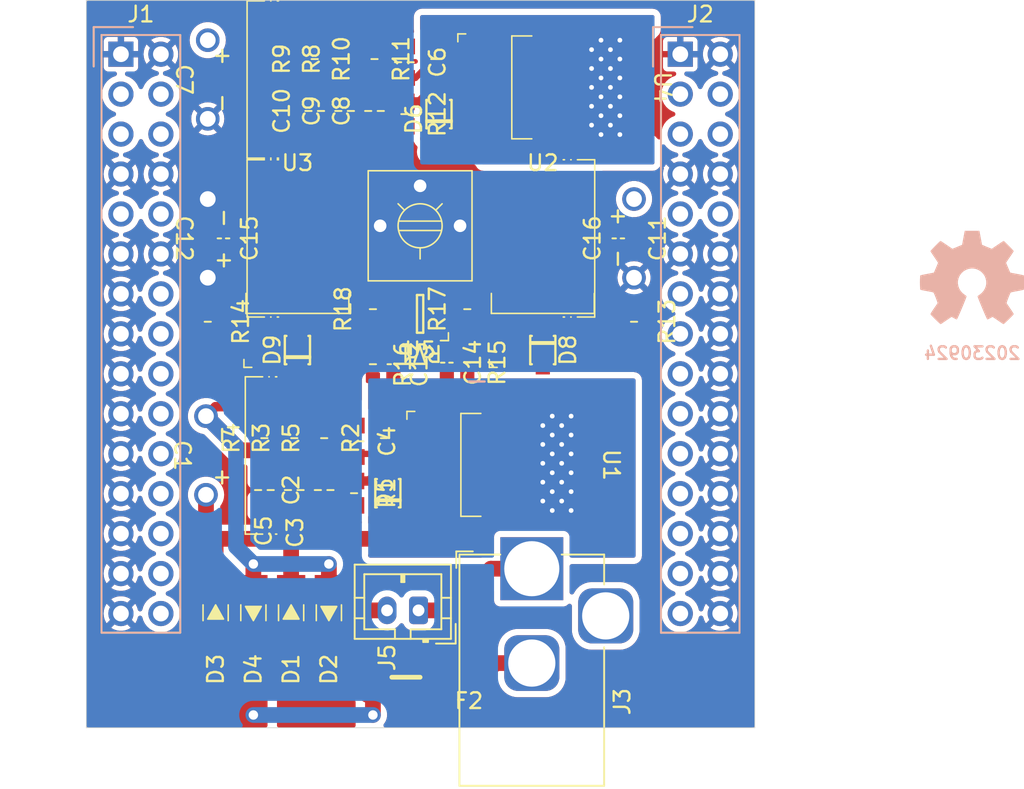
<source format=kicad_pcb>
(kicad_pcb (version 20221018) (generator pcbnew)
  (layers (0 "F.Cu" signal) (31 "B.Cu" signal) (34 "B.Paste" user) (35 "F.Paste" user) (36 "B.SilkS" user "B.Silkscreen") (37 "F.SilkS" user "F.Silkscreen") (38 "B.Mask" user) (39 "F.Mask" user) (44 "Edge.Cuts" user))
  (net 0 "")
  (net 1 "GND")
  (net 2 "/+5V")
  (net 16 "/AC1_PHASE")
  (net 17 "/AC1_NEUT")
  (net 19 "/DC1p")
  (net 20 "/DC1n")
  (net 21 "/AC1_PHASE_IN")
  (net 25 "/V+A")
  (net 26 "/V-A")
  (net 29 "Net-(F2-Pad1)")
  (net 30 "Net-(C2-Pad1)")
  (net 31 "VDD")
  (net 32 "Net-(R3-Pad2)")
  (net 33 "Net-(C10-Pad1)")
  (net 34 "Net-(D8-A)")
  (net 35 "Net-(D9-K)")
  (net 36 "Net-(D8-K)")
  (net 37 "Net-(D9-A)")
  (net 38 "Net-(R10-Pad2)")
  (net 39 "Net-(U1-ADJ{slash}GND)")
  (net 40 "Net-(U4-ADJ{slash}GND)")
  (net 41 "Net-(U5-REF)")
  (net 42 "Net-(R17-Pad2)")
  (net 43 "Net-(R18-Pad2)")
  (footprint "SquantorRcl:R_0805+0603" (layer "F.Cu") (at 157.7 96.8 90)
    (fp_text reference "R5" (at 0 -2.1 90) (layer "F.SilkS"))
    (fp_text value "ADJ")
    (pad "1" smd rect (at -0.775 0 90) (size 1.05 1.3) (layers "F.Cu" "F.Paste" "F.Mask") (net 39 "Net-(U1-ADJ{slash}GND)"))
    (pad "2" smd rect (at 0.775 0 90) (size 1.05 1.3) (layers "F.Cu" "F.Paste" "F.Mask") (net 32 "Net-(R3-Pad2)"))
  )
  (footprint "SquantorRcl:C-050-100-elco-lying_flip" (layer "F.Cu") (at 150.1875 97.9 -90)
    (fp_text reference "C1" (at 0 1.5 -90 unlocked) (layer "F.SilkS"))
    (fp_text value "100u")
    (fp_text user "-" (at -1.3 -1.1 -90 unlocked) (layer "F.SilkS"))
    (fp_text user "+" (at 1.4 -1.1 -90 unlocked) (layer "F.SilkS"))
    (pad "1" thru_hole circle (at 2.5 0 270) (size 1.5 1.5) (drill 1) (layers "*.Cu" "*.Mask") (net 19 "/DC1p"))
    (pad "2" thru_hole circle (at -2.5 0 270) (size 1.5 1.5) (drill 1) (layers "*.Cu" "*.Mask") (net 20 "/DC1n"))
  )
  (footprint "SquantorIC:TO-252_D-PAK_IRF" (layer "F.Cu") (at 171.6 83.8)
    (fp_text reference "U2" (at 0 -4.5 unlocked) (layer "F.SilkS"))
    (fp_text value "LM317")
    (pad "1" smd roundrect (at -2.3 6.9) (size 1.5 2.5) (layers "F.Cu" "F.Paste" "F.Mask") (roundrect_rratio 0.1) (net 34 "Net-(D8-A)"))
    (pad "2" smd roundrect (at 0 0) (size 7 7) (layers "F.Cu" "F.Paste" "F.Mask") (roundrect_rratio 0.02857142857) (net 36 "Net-(D8-K)"))
    (pad "3" smd roundrect (at 2.3 6.9) (size 1.5 2.5) (layers "F.Cu" "F.Paste" "F.Mask") (roundrect_rratio 0.1) (net 31 "VDD"))
  )
  (footprint "SquantorRcl:R_0603_hand" (layer "F.Cu") (at 160.8 92.1 -90)
    (fp_text reference "R16" (at 0 -1.9 90) (layer "F.SilkS"))
    (fp_text value "1K")
    (pad "1" smd roundrect (at -0.85 0 270) (size 0.7 0.9) (layers "F.Cu" "F.Paste" "F.Mask") (roundrect_rratio 0.1428571429) (net 35 "Net-(D9-K)"))
    (pad "2" smd roundrect (at 0.85 0 270) (size 0.7 0.9) (layers "F.Cu" "F.Paste" "F.Mask") (roundrect_rratio 0.1428571429) (net 20 "/DC1n"))
  )
  (footprint "SquantorRcl:C_0805" (layer "F.Cu") (at 159.6 97 -90)
    (fp_text reference "C4" (at 0 -2.1 90) (layer "F.SilkS"))
    (fp_text value "10u")
    (pad "1" smd rect (at -1 0 270) (size 1 1.35) (layers "F.Cu" "F.Paste" "F.Mask") (net 20 "/DC1n"))
    (pad "2" smd rect (at 1 0 270) (size 1 1.35) (layers "F.Cu" "F.Paste" "F.Mask") (net 39 "Net-(U1-ADJ{slash}GND)"))
  )
  (footprint "SquantorDiodes:SOD-323-onsemi" (layer "F.Cu") (at 171.6 91.2 -90)
    (fp_text reference "D8" (at 0 -1.6 90) (layer "F.SilkS"))
    (fp_text value "D")
    (pad "1" smd rect (at -1.2 0 270) (size 0.7 0.9) (layers "F.Cu" "F.Paste" "F.Mask") (net 36 "Net-(D8-K)"))
    (pad "2" smd rect (at 1.2 0 270) (size 0.7 0.9) (layers "F.Cu" "F.Paste" "F.Mask") (net 34 "Net-(D8-A)"))
  )
  (footprint "SquantorRcl:C_0805" (layer "F.Cu") (at 159 76 90)
    (fp_text reference "C9" (at 0 -2.1 90) (layer "F.SilkS"))
    (fp_text value "10u")
    (pad "1" smd rect (at -1 0 90) (size 1 1.35) (layers "F.Cu" "F.Paste" "F.Mask") (net 33 "Net-(C10-Pad1)"))
    (pad "2" smd rect (at 1 0 90) (size 1 1.35) (layers "F.Cu" "F.Paste" "F.Mask") (net 1 "GND"))
  )
  (footprint "SquantorRcl:C_0603" (layer "F.Cu") (at 151.3 84.1 -90)
    (fp_text reference "C15" (at 0 -1.65 90) (layer "F.SilkS"))
    (fp_text value "10u")
    (pad "1" smd roundrect (at -0.75 0 270) (size 0.8 0.9) (layers "F.Cu" "F.Paste" "F.Mask") (roundrect_rratio 0.125) (net 20 "/DC1n"))
    (pad "2" smd roundrect (at 0.75 0 270) (size 0.8 0.9) (layers "F.Cu" "F.Paste" "F.Mask") (roundrect_rratio 0.125) (net 1 "GND"))
  )
  (footprint "SquantorRcl:C_0603" (layer "F.Cu") (at 165.5 92 -90)
    (fp_text reference "C14" (at 0 -1.65 90) (layer "F.SilkS"))
    (fp_text value "10u")
    (pad "1" smd roundrect (at -0.75 0 270) (size 0.8 0.9) (layers "F.Cu" "F.Paste" "F.Mask") (roundrect_rratio 0.125) (net 34 "Net-(D8-A)"))
    (pad "2" smd roundrect (at 0.75 0 270) (size 0.8 0.9) (layers "F.Cu" "F.Paste" "F.Mask") (roundrect_rratio 0.125) (net 31 "VDD"))
  )
  (footprint "SquantorRcl:R_0603_hand" (layer "F.Cu") (at 166.8 88.6 90)
    (fp_text reference "R17" (at 0 -1.9 90) (layer "F.SilkS"))
    (fp_text value "10K")
    (pad "1" smd roundrect (at -0.85 0 90) (size 0.7 0.9) (layers "F.Cu" "F.Paste" "F.Mask") (roundrect_rratio 0.1428571429) (net 34 "Net-(D8-A)"))
    (pad "2" smd roundrect (at 0.85 0 90) (size 0.7 0.9) (layers "F.Cu" "F.Paste" "F.Mask") (roundrect_rratio 0.1428571429) (net 42 "Net-(R17-Pad2)"))
  )
  (footprint "SquantorRcl:F_1812-bourns" (layer "F.Cu") (at 162.9 112 180)
    (fp_text reference "F2" (at -4 -1.5 unlocked) (layer "F.SilkS"))
    (fp_text value "Fuse")
    (pad "1" smd roundrect (at -2.1 0 180) (size 1.5 3.2) (layers "F.Cu" "F.Paste" "F.Mask") (roundrect_rratio 0.2) (net 29 "Net-(F2-Pad1)"))
    (pad "2" smd roundrect (at 2.1 0 180) (size 1.5 3.2) (layers "F.Cu" "F.Paste" "F.Mask") (roundrect_rratio 0.2) (net 17 "/AC1_NEUT"))
  )
  (footprint "SquantorRcl:R_0805+0603" (layer "F.Cu") (at 155.8 96.8 90)
    (fp_text reference "R3" (at 0 -2.1 90) (layer "F.SilkS"))
    (fp_text value "ADJ")
    (pad "1" smd rect (at -0.775 0 90) (size 1.05 1.3) (layers "F.Cu" "F.Paste" "F.Mask") (net 20 "/DC1n"))
    (pad "2" smd rect (at 0.775 0 90) (size 1.05 1.3) (layers "F.Cu" "F.Paste" "F.Mask") (net 32 "Net-(R3-Pad2)"))
  )
  (footprint "SquantorConnectors:BarrelJack_Horizontal_Holed" (layer "F.Cu") (at 170.9 105.1 90)
    (fp_text reference "J3" (at -8.45 5.75 90) (layer "F.SilkS"))
    (fp_text value "Jack-DC")
    (pad "1" thru_hole rect locked (at 0 0 90) (size 4 4) (drill 3.5) (layers "*.Cu" "*.Mask") (net 21 "/AC1_PHASE_IN"))
    (pad "2" thru_hole roundrect locked (at -6 0 90) (size 3.54 3.5) (drill 3) (layers "*.Cu" "*.Mask") (net 29 "Net-(F2-Pad1)"))
    (pad "3" thru_hole roundrect locked (at -3 4.7 90) (size 3.5 3.5) (drill 3) (layers "*.Cu" "*.Mask"))
  )
  (footprint "SquantorRcl:C_0805" (layer "F.Cu") (at 157.1 76 90)
    (fp_text reference "C10" (at 0 -2.1 90) (layer "F.SilkS"))
    (fp_text value "10u")
    (pad "1" smd rect (at -1 0 90) (size 1 1.35) (layers "F.Cu" "F.Paste" "F.Mask") (net 33 "Net-(C10-Pad1)"))
    (pad "2" smd rect (at 1 0 90) (size 1 1.35) (layers "F.Cu" "F.Paste" "F.Mask") (net 1 "GND"))
  )
  (footprint "SquantorDiodes:SOD-123F-hand" (layer "F.Cu") (at 158 107.9 90)
    (fp_text reference "D2" (at -3.6 0 90) (layer "F.SilkS"))
    (fp_text value "D")
    (pad "1" smd rect (at -1.58 0 90) (size 1.64 1.8) (layers "F.Cu" "F.Paste" "F.Mask") (net 16 "/AC1_PHASE"))
    (pad "2" smd rect (at 1.58 0 90) (size 1.64 1.8) (layers "F.Cu" "F.Paste" "F.Mask") (net 20 "/DC1n"))
  )
  (footprint "SquantorDiodes:SOD-323-onsemi" (layer "F.Cu") (at 156 91.2 90)
    (fp_text reference "D9" (at 0 -1.6 90) (layer "F.SilkS"))
    (fp_text value "D")
    (pad "1" smd rect (at -1.2 0 90) (size 0.7 0.9) (layers "F.Cu" "F.Paste" "F.Mask") (net 35 "Net-(D9-K)"))
    (pad "2" smd rect (at 1.2 0 90) (size 0.7 0.9) (layers "F.Cu" "F.Paste" "F.Mask") (net 37 "Net-(D9-A)"))
  )
  (footprint "SquantorRcl:R_0805+0603" (layer "F.Cu") (at 161.5 96.8 90)
    (fp_text reference "R2" (at 0 -2.1 90) (layer "F.SilkS"))
    (fp_text value "120")
    (pad "1" smd rect (at -0.775 0 90) (size 1.05 1.3) (layers "F.Cu" "F.Paste" "F.Mask") (net 39 "Net-(U1-ADJ{slash}GND)"))
    (pad "2" smd rect (at 0.775 0 90) (size 1.05 1.3) (layers "F.Cu" "F.Paste" "F.Mask") (net 31 "VDD"))
  )
  (footprint "SquantorRcl:R_0805+0603" (layer "F.Cu") (at 159 72.7 90)
    (fp_text reference "R8" (at 0 -2.1 90) (layer "F.SilkS"))
    (fp_text value "ADJ")
    (pad "1" smd rect (at -0.775 0 90) (size 1.05 1.3) (layers "F.Cu" "F.Paste" "F.Mask") (net 1 "GND"))
    (pad "2" smd rect (at 0.775 0 90) (size 1.05 1.3) (layers "F.Cu" "F.Paste" "F.Mask") (net 38 "Net-(R10-Pad2)"))
  )
  (footprint "SquantorRcl:R_0805+0603" (layer "F.Cu") (at 162.8 76.2 -90)
    (fp_text reference "R12" (at 0 -2.1 90) (layer "F.SilkS"))
    (fp_text value "1")
    (pad "1" smd rect (at -0.775 0 270) (size 1.05 1.3) (layers "F.Cu" "F.Paste" "F.Mask") (net 2 "/+5V"))
    (pad "2" smd rect (at 0.775 0 270) (size 1.05 1.3) (layers "F.Cu" "F.Paste" "F.Mask") (net 33 "Net-(C10-Pad1)"))
  )
  (footprint "SquantorRcl:C-050-100-elco-lying_flip" (layer "F.Cu") (at 150.3 84.1 -90)
    (fp_text reference "C12" (at 0 1.5 -90 unlocked) (layer "F.SilkS"))
    (fp_text value "100u")
    (fp_text user "-" (at -1.3 -1.1 -90 unlocked) (layer "F.SilkS"))
    (fp_text user "+" (at 1.4 -1.1 -90 unlocked) (layer "F.SilkS"))
    (pad "1" thru_hole circle (at 2.5 0 270) (size 1.5 1.5) (drill 1) (layers "*.Cu" "*.Mask") (net 1 "GND"))
    (pad "2" thru_hole circle (at -2.5 0 270) (size 1.5 1.5) (drill 1) (layers "*.Cu" "*.Mask") (net 20 "/DC1n"))
  )
  (footprint "SquantorRcl:R_0603_hand" (layer "F.Cu") (at 160.8 88.6 90)
    (fp_text reference "R18" (at 0 -1.9 90) (layer "F.SilkS"))
    (fp_text value "10K")
    (pad "1" smd roundrect (at -0.85 0 90) (size 0.7 0.9) (layers "F.Cu" "F.Paste" "F.Mask") (roundrect_rratio 0.1428571429) (net 35 "Net-(D9-K)"))
    (pad "2" smd roundrect (at 0.85 0 90) (size 0.7 0.9) (layers "F.Cu" "F.Paste" "F.Mask") (roundrect_rratio 0.1428571429) (net 43 "Net-(R18-Pad2)"))
  )
  (footprint "SquantorRcl:C_0603" (layer "F.Cu") (at 162.1 92.1 -90)
    (fp_text reference "C13" (at 0 -1.65 90) (layer "F.SilkS"))
    (fp_text value "10u")
    (pad "1" smd roundrect (at -0.75 0 270) (size 0.8 0.9) (layers "F.Cu" "F.Paste" "F.Mask") (roundrect_rratio 0.125) (net 35 "Net-(D9-K)"))
    (pad "2" smd roundrect (at 0.75 0 270) (size 0.8 0.9) (layers "F.Cu" "F.Paste" "F.Mask") (roundrect_rratio 0.125) (net 20 "/DC1n"))
  )
  (footprint "SquantorRcl:R_0603_hand" (layer "F.Cu") (at 166.8 92 -90)
    (fp_text reference "R15" (at 0 -1.9 90) (layer "F.SilkS"))
    (fp_text value "1K")
    (pad "1" smd roundrect (at -0.85 0 270) (size 0.7 0.9) (layers "F.Cu" "F.Paste" "F.Mask") (roundrect_rratio 0.1428571429) (net 34 "Net-(D8-A)"))
    (pad "2" smd roundrect (at 0.85 0 270) (size 0.7 0.9) (layers "F.Cu" "F.Paste" "F.Mask") (roundrect_rratio 0.1428571429) (net 31 "VDD"))
  )
  (footprint "SquantorDiodes:SOD-123F-hand" (layer "F.Cu") (at 155.6 107.9 -90)
    (fp_text reference "D1" (at 3.6 0 90) (layer "F.SilkS"))
    (fp_text value "D")
    (pad "1" smd rect (at -1.58 0 270) (size 1.64 1.8) (layers "F.Cu" "F.Paste" "F.Mask") (net 19 "/DC1p"))
    (pad "2" smd rect (at 1.58 0 270) (size 1.64 1.8) (layers "F.Cu" "F.Paste" "F.Mask") (net 16 "/AC1_PHASE"))
  )
  (footprint "SquantorDiodes:SOD-123F-hand" (layer "F.Cu") (at 150.8 107.9 -90)
    (fp_text reference "D3" (at 3.6 0 90) (layer "F.SilkS"))
    (fp_text value "D")
    (pad "1" smd rect (at -1.58 0 270) (size 1.64 1.8) (layers "F.Cu" "F.Paste" "F.Mask") (net 19 "/DC1p"))
    (pad "2" smd rect (at 1.58 0 270) (size 1.64 1.8) (layers "F.Cu" "F.Paste" "F.Mask") (net 17 "/AC1_NEUT"))
  )
  (footprint "SquantorRcl:R_0805+0603" (layer "F.Cu") (at 150.3 89.4 -90)
    (fp_text reference "R14" (at 0 -2.1 90) (layer "F.SilkS"))
    (fp_text value "1")
    (pad "1" smd rect (at -0.775 0 270) (size 1.05 1.3) (layers "F.Cu" "F.Paste" "F.Mask") (net 1 "GND"))
    (pad "2" smd rect (at 0.775 0 270) (size 1.05 1.3) (layers "F.Cu" "F.Paste" "F.Mask") (net 37 "Net-(D9-A)"))
  )
  (footprint "SquantorIC:TO-252_D-PAK_IRF" (layer "F.Cu") (at 171.4625 98.5 -90)
    (fp_text reference "U1" (at 0 -4.5 -90 unlocked) (layer "F.SilkS"))
    (fp_text value "LD1117")
    (pad "1" smd roundrect (at -2.3 6.9 270) (size 1.5 2.5) (layers "F.Cu" "F.Paste" "F.Mask") (roundrect_rratio 0.1) (net 39 "Net-(U1-ADJ{slash}GND)"))
    (pad "2" smd roundrect (at 0 0 270) (size 7 7) (layers "F.Cu" "F.Paste" "F.Mask") (roundrect_rratio 0.02857142857) (net 31 "VDD"))
    (pad "3" smd roundrect (at 2.3 6.9 270) (size 1.5 2.5) (layers "F.Cu" "F.Paste" "F.Mask") (roundrect_rratio 0.1) (net 19 "/DC1p"))
  )
  (footprint "SquantorRcl:C_0805" (layer "F.Cu") (at 162.8 72.9 -90)
    (fp_text reference "C6" (at 0 -2.1 90) (layer "F.SilkS"))
    (fp_text value "10u")
    (pad "1" smd rect (at -1 0 270) (size 1 1.35) (layers "F.Cu" "F.Paste" "F.Mask") (net 1 "GND"))
    (pad "2" smd rect (at 1 0 270) (size 1 1.35) (layers "F.Cu" "F.Paste" "F.Mask") (net 40 "Net-(U4-ADJ{slash}GND)"))
  )
  (footprint "SquantorRcl:C_0805" (layer "F.Cu") (at 153.9 100.1 90)
    (fp_text reference "C5" (at -2.6 -0.05 90) (layer "F.SilkS"))
    (fp_text value "10u")
    (pad "1" smd rect (at -1 0 90) (size 1 1.35) (layers "F.Cu" "F.Paste" "F.Mask") (net 30 "Net-(C2-Pad1)"))
    (pad "2" smd rect (at 1 0 90) (size 1 1.35) (layers "F.Cu" "F.Paste" "F.Mask") (net 20 "/DC1n"))
  )
  (footprint "SquantorDiodes:SOD-323-onsemi" (layer "F.Cu") (at 165 76.2 90)
    (fp_text reference "D6" (at -0.3 -1.6 90) (layer "F.SilkS"))
    (fp_text value "D")
    (pad "1" smd rect (at -1.2 0 90) (size 0.7 0.9) (layers "F.Cu" "F.Paste" "F.Mask") (net 31 "VDD"))
    (pad "2" smd rect (at 1.2 0 90) (size 0.7 0.9) (layers "F.Cu" "F.Paste" "F.Mask") (net 2 "/+5V"))
  )
  (footprint "SquantorRcl:R_0805+0603" (layer "F.Cu") (at 177.4 89.4 -90)
    (fp_text reference "R13" (at 0 -2.1 90) (layer "F.SilkS"))
    (fp_text value "1")
    (pad "1" smd rect (at -0.775 0 270) (size 1.05 1.3) (layers "F.Cu" "F.Paste" "F.Mask") (net 1 "GND"))
    (pad "2" smd rect (at 0.775 0 270) (size 1.05 1.3) (layers "F.Cu" "F.Paste" "F.Mask") (net 36 "Net-(D8-K)"))
  )
  (footprint "SquantorRcl:R_0805+0603" (layer "F.Cu") (at 164.7 72.7 90)
    (fp_text reference "R11" (at 0 -2.1 90) (layer "F.SilkS"))
    (fp_text value "120")
    (pad "1" smd rect (at -0.775 0 90) (size 1.05 1.3) (layers "F.Cu" "F.Paste" "F.Mask") (net 40 "Net-(U4-ADJ{slash}GND)"))
    (pad "2" smd rect (at 0.775 0 90) (size 1.05 1.3) (layers "F.Cu" "F.Paste" "F.Mask") (net 2 "/+5V"))
  )
  (footprint "SquantorRcl:C_0603" (layer "F.Cu") (at 176.4 84.1 90)
    (fp_text reference "C16" (at 0 -1.65 90) (layer "F.SilkS"))
    (fp_text value "10u")
    (pad "1" smd roundrect (at -0.75 0 90) (size 0.8 0.9) (layers "F.Cu" "F.Paste" "F.Mask") (roundrect_rratio 0.125) (net 1 "GND"))
    (pad "2" smd roundrect (at 0.75 0 90) (size 0.8 0.9) (layers "F.Cu" "F.Paste" "F.Mask") (roundrect_rratio 0.125) (net 31 "VDD"))
  )
  (footprint "SquantorRcl:R_0805+0603" (layer "F.Cu") (at 159.6 100.3 -90)
    (fp_text reference "R1" (at 0 -2.1 90) (layer "F.SilkS"))
    (fp_text value "1")
    (pad "1" smd rect (at -0.775 0 270) (size 1.05 1.3) (layers "F.Cu" "F.Paste" "F.Mask") (net 31 "VDD"))
    (pad "2" smd rect (at 0.775 0 270) (size 1.05 1.3) (layers "F.Cu" "F.Paste" "F.Mask") (net 30 "Net-(C2-Pad1)"))
  )
  (footprint "SquantorRcl:C_0805" (layer "F.Cu") (at 157.7 100.1 90)
    (fp_text reference "C2" (at 0 -2.1 90) (layer "F.SilkS"))
    (fp_text value "10u")
    (pad "1" smd rect (at -1 0 90) (size 1 1.35) (layers "F.Cu" "F.Paste" "F.Mask") (net 30 "Net-(C2-Pad1)"))
    (pad "2" smd rect (at 1 0 90) (size 1 1.35) (layers "F.Cu" "F.Paste" "F.Mask") (net 20 "/DC1n"))
  )
  (footprint "SquantorRcl:R_0805+0603" (layer "F.Cu") (at 160.9 72.7 90)
    (fp_text reference "R10" (at 0 -2.1 90) (layer "F.SilkS"))
    (fp_text value "ADJ")
    (pad "1" smd rect (at -0.775 0 90) (size 1.05 1.3) (layers "F.Cu" "F.Paste" "F.Mask") (net 40 "Net-(U4-ADJ{slash}GND)"))
    (pad "2" smd rect (at 0.775 0 90) (size 1.05 1.3) (layers "F.Cu" "F.Paste" "F.Mask") (net 38 "Net-(R10-Pad2)"))
  )
  (footprint "SquantorDiodes:SOD-123F-hand" (layer "F.Cu") (at 153.2 107.9 90)
    (fp_text reference "D4" (at -3.6 0 90) (layer "F.SilkS"))
    (fp_text value "D")
    (pad "1" smd rect (at -1.58 0 90) (size 1.64 1.8) (layers "F.Cu" "F.Paste" "F.Mask") (net 17 "/AC1_NEUT"))
    (pad "2" smd rect (at 1.58 0 90) (size 1.64 1.8) (layers "F.Cu" "F.Paste" "F.Mask") (net 20 "/DC1n"))
  )
  (footprint "SquantorRcl:R_0805+0603" (layer "F.Cu") (at 153.9 96.8 90)
    (fp_text reference "R4" (at 0 -2.1 90) (layer "F.SilkS"))
    (fp_text value "ADJ")
    (pad "1" smd rect (at -0.775 0 90) (size 1.05 1.3) (layers "F.Cu" "F.Paste" "F.Mask") (net 20 "/DC1n"))
    (pad "2" smd rect (at 0.775 0 90) (size 1.05 1.3) (layers "F.Cu" "F.Paste" "F.Mask") (net 32 "Net-(R3-Pad2)"))
  )
  (footprint "SquantorRcl:C_0805" (layer "F.Cu") (at 160.9 76 90)
    (fp_text reference "C8" (at 0 -2.1 90) (layer "F.SilkS"))
    (fp_text value "10u")
    (pad "1" smd rect (at -1 0 90) (size 1 1.35) (layers "F.Cu" "F.Paste" "F.Mask") (net 33 "Net-(C10-Pad1)"))
    (pad "2" smd rect (at 1 0 90) (size 1 1.35) (layers "F.Cu" "F.Paste" "F.Mask") (net 1 "GND"))
  )
  (footprint "SquantorIC:TO-252_D-PAK_IRF" (layer "F.Cu") (at 174.7 74.5 -90)
    (fp_text reference "U4" (at 0 -4.5 -90 unlocked) (layer "F.SilkS"))
    (fp_text value "LD1117")
    (pad "1" smd roundrect (at -2.3 6.9 270) (size 1.5 2.5) (layers "F.Cu" "F.Paste" "F.Mask") (roundrect_rratio 0.1) (net 40 "Net-(U4-ADJ{slash}GND)"))
    (pad "2" smd roundrect (at 0 0 270) (size 7 7) (layers "F.Cu" "F.Paste" "F.Mask") (roundrect_rratio 0.02857142857) (net 2 "/+5V"))
    (pad "3" smd roundrect (at 2.3 6.9 270) (size 1.5 2.5) (layers "F.Cu" "F.Paste" "F.Mask") (roundrect_rratio 0.1) (net 31 "VDD"))
  )
  (footprint "SquantorRcl:R_0805+0603" (layer "F.Cu") (at 157.1 72.7 90)
    (fp_text reference "R9" (at 0 -2.1 90) (layer "F.SilkS"))
    (fp_text value "ADJ")
    (pad "1" smd rect (at -0.775 0 90) (size 1.05 1.3) (layers "F.Cu" "F.Paste" "F.Mask") (net 1 "GND"))
    (pad "2" smd rect (at 0.775 0 90) (size 1.05 1.3) (layers "F.Cu" "F.Paste" "F.Mask") (net 38 "Net-(R10-Pad2)"))
  )
  (footprint "SquantorRcl:C_0805" (layer "F.Cu") (at 155.8 100.1 90)
    (fp_text reference "C3" (at -2.7 0.05 90) (layer "F.SilkS"))
    (fp_text value "10u")
    (pad "1" smd rect (at -1 0 90) (size 1 1.35) (layers "F.Cu" "F.Paste" "F.Mask") (net 30 "Net-(C2-Pad1)"))
    (pad "2" smd rect (at 1 0 90) (size 1 1.35) (layers "F.Cu" "F.Paste" "F.Mask") (net 20 "/DC1n"))
  )
  (footprint "SquantorIC:SOT23-3" (layer "F.Cu") (at 163.8 88.9 180)
    (fp_text reference "U5" (at 0 -2.3) (layer "F.SilkS"))
    (fp_text value "TLV431")
    (pad "1" smd rect (at -1 -0.95 90) (size 0.8 0.9) (layers "F.Cu" "F.Paste" "F.Mask") (net 41 "Net-(U5-REF)"))
    (pad "2" smd rect (at -1 0.95 90) (size 0.8 0.9) (layers "F.Cu" "F.Paste" "F.Mask") (net 34 "Net-(D8-A)"))
    (pad "3" smd rect (at 1 0 90) (size 0.8 0.9) (layers "F.Cu" "F.Paste" "F.Mask") (net 35 "Net-(D9-K)"))
  )
  (footprint "SquantorRcl:C-050-100-elco-lying" (layer "F.Cu") (at 150.3 74 -90)
    (fp_text reference "C7" (at 0 1.5 -90 unlocked) (layer "F.SilkS"))
    (fp_text value "100u")
    (fp_text user "+" (at -1.5 -1 -90 unlocked) (layer "F.SilkS"))
    (fp_text user "-" (at 1.5 -1 -90 unlocked) (layer "F.SilkS"))
    (pad "1" thru_hole circle (at -2.5 0 270) (size 1.5 1.5) (drill 1) (layers "*.Cu" "*.Mask") (net 31 "VDD"))
    (pad "2" thru_hole circle (at 2.5 0 270) (size 1.5 1.5) (drill 1) (layers "*.Cu" "*.Mask") (net 1 "GND"))
  )
  (footprint "SquantorIC:TO-252_D-PAK_IRF" (layer "F.Cu") (at 156 83.8)
    (fp_text reference "U3" (at 0 -4.5 unlocked) (layer "F.SilkS"))
    (fp_text value "LM337")
    (pad "1" smd roundrect (at -2.3 6.9) (size 1.5 2.5) (layers "F.Cu" "F.Paste" "F.Mask") (roundrect_rratio 0.1) (net 35 "Net-(D9-K)"))
    (pad "2" smd roundrect (at 0 0) (size 7 7) (layers "F.Cu" "F.Paste" "F.Mask") (roundrect_rratio 0.02857142857) (net 20 "/DC1n"))
    (pad "3" smd roundrect (at 2.3 6.9) (size 1.5 2.5) (layers "F.Cu" "F.Paste" "F.Mask") (roundrect_rratio 0.1) (net 37 "Net-(D9-A)"))
  )
  (footprint "SquantorConnectorsNamed:module_2x15_right" (layer "F.Cu") (at 181.61 90.17)
    (fp_text reference "J2" (at 0 -20.32 unlocked) (layer "F.SilkS"))
    (fp_text value "module_2x15_right_input")
    (pad "1" thru_hole rect locked (at -1.27 -17.78) (size 1.6 1.6) (drill 1) (layers "*.Cu" "*.Mask") (net 1 "GND"))
    (pad "2" thru_hole circle locked (at 1.27 -17.78) (size 1.6 1.6) (drill 1) (layers "*.Cu" "*.Mask") (net 1 "GND"))
    (pad "3" thru_hole circle locked (at -1.27 -15.24) (size 1.6 1.6) (drill 1) (layers "*.Cu" "*.Mask") (net 25 "/V+A"))
    (pad "4" thru_hole circle locked (at 1.27 -15.24) (size 1.6 1.6) (drill 1) (layers "*.Cu" "*.Mask") (net 25 "/V+A"))
    (pad "5" thru_hole circle locked (at -1.27 -12.7) (size 1.6 1.6) (drill 1) (layers "*.Cu" "*.Mask") (net 26 "/V-A"))
    (pad "6" thru_hole circle locked (at 1.27 -12.7) (size 1.6 1.6) (drill 1) (layers "*.Cu" "*.Mask") (net 26 "/V-A"))
    (pad "7" thru_hole circle locked (at -1.27 -10.16) (size 1.6 1.6) (drill 1) (layers "*.Cu" "*.Mask") (net 1 "GND"))
    (pad "8" thru_hole circle locked (at 1.27 -10.16) (size 1.6 1.6) (drill 1) (layers "*.Cu" "*.Mask") (net 1 "GND"))
    (pad "9" thru_hole circle locked (at -1.27 -7.62) (size 1.6 1.6) (drill 1) (layers "*.Cu" "*.Mask") (net 2 "/+5V"))
    (pad "10" thru_hole circle locked (at 1.27 -7.62) (size 1.6 1.6) (drill 1) (layers "*.Cu" "*.Mask") (net 2 "/+5V"))
    (pad "11" thru_hole circle locked (at -1.27 -5.08) (size 1.6 1.6) (drill 1) (layers "*.Cu" "*.Mask") (net 1 "GND"))
    (pad "12" thru_hole circle locked (at 1.27 -5.08) (size 1.6 1.6) (drill 1) (layers "*.Cu" "*.Mask") (net 1 "GND"))
    (pad "13" thru_hole circle locked (at -1.27 -2.54) (size 1.6 1.6) (drill 1) (layers "*.Cu" "*.Mask"))
    (pad "14" thru_hole circle locked (at 1.27 -2.54) (size 1.6 1.6) (drill 1) (layers "*.Cu" "*.Mask") (net 1 "GND"))
    (pad "15" thru_hole circle locked (at -1.27 0) (size 1.6 1.6) (drill 1) (layers "*.Cu" "*.Mask"))
    (pad "16" thru_hole circle locked (at 1.27 0) (size 1.6 1.6) (drill 1) (layers "*.Cu" "*.Mask") (net 1 "GND"))
    (pad "17" thru_hole circle locked (at -1.27 2.54) (size 1.6 1.6) (drill 1) (layers "*.Cu" "*.Mask"))
    (pad "18" thru_hole circle locked (at 1.27 2.54) (size 1.6 1.6) (drill 1) (layers "*.Cu" "*.Mask") (net 1 "GND"))
    (pad "19" thru_hole circle locked (at -1.27 5.08) (size 1.6 1.6) (drill 1) (layers "*.Cu" "*.Mask"))
    (pad "20" thru_hole circle locked (at 1.27 5.08) (size 1.6 1.6) (drill 1) (layers "*.Cu" "*.Mask") (net 1 "GND"))
    (pad "21" thru_hole circle locked (at -1.27 7.62) (size 1.6 1.6) (drill 1) (layers "*.Cu" "*.Mask"))
    (pad "22" thru_hole circle locked (at 1.27 7.62) (size 1.6 1.6) (drill 1) (layers "*.Cu" "*.Mask") (net 1 "GND"))
    (pad "23" thru_hole circle locked (at -1.27 10.16) (size 1.6 1.6) (drill 1) (layers "*.Cu" "*.Mask"))
    (pad "24" thru_hole circle locked (at 1.27 10.16) (size 1.6 1.6) (drill 1) (layers "*.Cu" "*.Mask") (net 1 "GND"))
    (pad "25" thru_hole circle locked (at -1.27 12.7) (size 1.6 1.6) (drill 1) (layers "*.Cu" "*.Mask"))
    (pad "26" thru_hole circle locked (at 1.27 12.7) (size 1.6 1.6) (drill 1) (layers "*.Cu" "*.Mask") (net 1 "GND"))
    (pad "27" thru_hole circle locked (at -1.27 15.24) (size 1.6 1.6) (drill 1) (layers "*.Cu" "*.Mask"))
    (pad "28" thru_hole circle locked (at 1.27 15.24) (size 1.6 1.6) (drill 1) (layers "*.Cu" "*.Mask") (net 1 "GND"))
    (pad "29" thru_hole circle locked (at -1.27 17.78) (size 1.6 1.6) (drill 1) (layers "*.Cu" "*.Mask"))
    (pad "30" thru_hole circle locked (at 1.27 17.78) (size 1.6 1.6) (drill 1) (layers "*.Cu" "*.Mask") (net 1 "GND"))
  )
  (footprint "Connector_JST:JST_PH_B2B-PH-K_1x02_P2.00mm_Vertical" (layer "F.Cu") (at 163.7 107.75 180)
    (fp_text reference "J5" (at 2 -3 90) (layer "F.SilkS"))
    (fp_text value "Conn_01x02")
    (pad "1" thru_hole roundrect (at 0 0 180) (size 1.2 1.75) (drill 0.75) (layers "*.Cu" "*.Mask") (roundrect_rratio 0.208333) (net 21 "/AC1_PHASE_IN"))
    (pad "2" thru_hole oval (at 2 0 180) (size 1.2 1.75) (drill 0.75) (layers "*.Cu" "*.Mask") (net 16 "/AC1_PHASE"))
  )
  (footprint "SquantorDiodes:SOD-323-onsemi" (layer "F.Cu") (at 161.75 100.3 90)
    (fp_text reference "D5" (at 0 -0.2 90) (layer "F.SilkS"))
    (fp_text value "D")
    (pad "1" smd rect (at -1.2 0 90) (size 0.7 0.9) (layers "F.Cu" "F.Paste" "F.Mask") (net 19 "/DC1p"))
    (pad "2" smd rect (at 1.2 0 90) (size 0.7 0.9) (layers "F.Cu" "F.Paste" "F.Mask") (net 31 "VDD"))
  )
  (footprint "SquantorRcl:C-050-100-elco-lying_flip" (layer "F.Cu") (at 177.4 84.1 90)
    (fp_text reference "C11" (at 0 1.5 90 unlocked) (layer "F.SilkS"))
    (fp_text value "100u")
    (fp_text user "+" (at 1.4 -1.1 90 unlocked) (layer "F.SilkS"))
    (fp_text user "-" (at -1.3 -1.1 90 unlocked) (layer "F.SilkS"))
    (pad "1" thru_hole circle (at 2.5 0 90) (size 1.5 1.5) (drill 1) (layers "*.Cu" "*.Mask") (net 31 "VDD"))
    (pad "2" thru_hole circle (at -2.5 0 90) (size 1.5 1.5) (drill 1) (layers "*.Cu" "*.Mask") (net 1 "GND"))
  )
  (footprint "SquantorConnectorsNamed:module_2x15_left" (layer "F.Cu") (at 146.05 90.17)
    (fp_text reference "J1" (at 0 -20.32 unlocked) (layer "F.SilkS"))
    (fp_text value "module_2x15_left_input")
    (pad "1" thru_hole rect locked (at -1.27 -17.78) (size 1.6 1.6) (drill 1) (layers "*.Cu" "*.Mask") (net 1 "GND"))
    (pad "2" thru_hole circle locked (at 1.27 -17.78) (size 1.6 1.6) (drill 1) (layers "*.Cu" "*.Mask") (net 1 "GND"))
    (pad "3" thru_hole circle locked (at -1.27 -15.24) (size 1.6 1.6) (drill 1) (layers "*.Cu" "*.Mask") (net 25 "/V+A"))
    (pad "4" thru_hole circle locked (at 1.27 -15.24) (size 1.6 1.6) (drill 1) (layers "*.Cu" "*.Mask") (net 25 "/V+A"))
    (pad "5" thru_hole circle locked (at -1.27 -12.7) (size 1.6 1.6) (drill 1) (layers "*.Cu" "*.Mask") (net 26 "/V-A"))
    (pad "6" thru_hole circle locked (at 1.27 -12.7) (size 1.6 1.6) (drill 1) (layers "*.Cu" "*.Mask") (net 26 "/V-A"))
    (pad "7" thru_hole circle locked (at -1.27 -10.16) (size 1.6 1.6) (drill 1) (layers "*.Cu" "*.Mask") (net 1 "GND"))
    (pad "8" thru_hole circle locked (at 1.27 -10.16) (size 1.6 1.6) (drill 1) (layers "*.Cu" "*.Mask") (net 1 "GND"))
    (pad "9" thru_hole circle locked (at -1.27 -7.62) (size 1.6 1.6) (drill 1) (layers "*.Cu" "*.Mask") (net 2 "/+5V"))
    (pad "10" thru_hole circle locked (at 1.27 -7.62) (size 1.6 1.6) (drill 1) (layers "*.Cu" "*.Mask") (net 2 "/+5V"))
    (pad "11" thru_hole circle locked (at -1.27 -5.08) (size 1.6 1.6) (drill 1) (layers "*.Cu" "*.Mask") (net 1 "GND"))
    (pad "12" thru_hole circle locked (at 1.27 -5.08) (size 1.6 1.6) (drill 1) (layers "*.Cu" "*.Mask") (net 1 "GND"))
    (pad "13" thru_hole circle locked (at -1.27 -2.54) (size 1.6 1.6) (drill 1) (layers "*.Cu" "*.Mask") (net 1 "GND"))
    (pad "14" thru_hole circle locked (at 1.27 -2.54) (size 1.6 1.6) (drill 1) (layers "*.Cu" "*.Mask"))
    (pad "15" thru_hole circle locked (at -1.27 0) (size 1.6 1.6) (drill 1) (layers "*.Cu" "*.Mask") (net 1 "GND"))
    (pad "16" thru_hole circle locked (at 1.27 0) (size 1.6 1.6) (drill 1) (layers "*.Cu" "*.Mask"))
    (pad "17" thru_hole circle locked (at -1.27 2.54) (size 1.6 1.6) (drill 1) (layers "*.Cu" "*.Mask") (net 1 "GND"))
    (pad "18" thru_hole circle locked (at 1.27 2.54) (size 1.6 1.6) (drill 1) (layers "*.Cu" "*.Mask"))
    (pad "19" thru_hole circle locked (at -1.27 5.08) (size 1.6 1.6) (drill 1) (layers "*.Cu" "*.Mask") (net 1 "GND"))
    (pad "20" thru_hole circle locked (at 1.27 5.08) (size 1.6 1.6) (drill 1) (layers "*.Cu" "*.Mask"))
    (pad "21" thru_hole circle locked (at -1.27 7.62) (size 1.6 1.6) (drill 1) (layers "*.Cu" "*.Mask") (net 1 "GND"))
    (pad "22" thru_hole circle locked (at 1.27 7.62) (size 1.6 1.6) (drill 1) (layers "*.Cu" "*.Mask"))
    (pad "23" thru_hole circle locked (at -1.27 10.16) (size 1.6 1.6) (drill 1) (layers "*.Cu" "*.Mask") (net 1 "GND"))
    (pad "24" thru_hole circle locked (at 1.27 10.16) (size 1.6 1.6) (drill 1) (layers "*.Cu" "*.Mask"))
    (pad "25" thru_hole circle locked (at -1.27 12.7) (size 1.6 1.6) (drill 1) (layers "*.Cu" "*.Mask") (net 1 "GND"))
    (pad "26" thru_hole circle locked (at 1.27 12.7) (size 1.6 1.6) (drill 1) (layers "*.Cu" "*.Mask"))
    (pad "27" thru_hole circle locked (at -1.27 15.24) (size 1.6 1.6) (drill 1) (layers "*.Cu" "*.Mask") (net 1 "GND"))
    (pad "28" thru_hole circle locked (at 1.27 15.24) (size 1.6 1.6) (drill 1) (layers "*.Cu" "*.Mask"))
    (pad "29" thru_hole circle locked (at -1.27 17.78) (size 1.6 1.6) (drill 1) (layers "*.Cu" "*.Mask") (net 1 "GND"))
    (pad "30" thru_hole circle locked (at 1.27 17.78) (size 1.6 1.6) (drill 1) (layers "*.Cu" "*.Mask"))
  )
  (footprint "SquantorRcl:POT-Bourns-3362P" (layer "F.Cu") (at 163.8 83.3 180)
    (fp_text reference "RV1" (at 0 -8.1 180 unlocked) (layer "F.SilkS"))
    (fp_text value "1K")
    (pad "1" thru_hole circle (at -2.54 0 180) (size 1.2 1.2) (drill 0.8) (layers "*.Cu" "*.Mask") (net 42 "Net-(R17-Pad2)"))
    (pad "2" thru_hole circle (at 0 2.54 180) (size 1.2 1.2) (drill 0.8) (layers "*.Cu" "*.Mask") (net 41 "Net-(U5-REF)"))
    (pad "3" thru_hole circle (at 2.54 0 180) (size 1.2 1.2) (drill 0.8) (layers "*.Cu" "*.Mask") (net 43 "Net-(R18-Pad2)"))
  )
  (footprint "SquantorLabels:Label_Generic" (layer "B.Cu") (at 167.4 92.6 180)
    (fp_text reference "N1" hide)
    (fp_text value "20230924" (at -31.5 1.2) (layer "B.SilkS") (effects (font (size 0.8 0.8)) (justify mirror)))
  )
  (footprint "Symbol:OSHW-Symbol_6.7x6mm_SilkScreen" (layer "B.Cu") (at 198.9 86.6 180)
    (fp_text reference "N2" hide)
    (fp_text value "OHWLOGO" hide)
  )
  (gr_rect (start 142.58 68.97) (end 185.08 115.21) (stroke (width 0.05)) (fill none) (layer "Edge.Cuts"))
  (segment (start 164.2 75) (end 163.775 75.425) (width 0.6) (layer "F.Cu") (net 2))
  (segment (start 163.775 75.425) (end 162.8 75.425) (width 0.6) (layer "F.Cu") (net 2))
  (segment (start 165 75) (end 164.2 75) (width 0.6) (layer "F.Cu") (net 2))
  (via (at 174.7 74.5) (size 0.6) (drill 0.3) (layers "F.Cu" "B.Cu") (net 2))
  (via (at 175.3 73.9) (size 0.6) (drill 0.3) (layers "F.Cu" "B.Cu") (net 2))
  (via (at 176.5 71.5) (size 0.6) (drill 0.3) (layers "F.Cu" "B.Cu") (net 2))
  (via (at 176.5 76.3) (size 0.6) (drill 0.3) (layers "F.Cu" "B.Cu") (net 2))
  (via (at 175.3 75.1) (size 0.6) (drill 0.3) (layers "F.Cu" "B.Cu") (net 2))
  (via (at 175.3 72.7) (size 0.6) (drill 0.3) (layers "F.Cu" "B.Cu") (net 2))
  (via (at 174.7 75.7) (size 0.6) (drill 0.3) (layers "F.Cu" "B.Cu") (net 2))
  (via (at 175.3 76.3) (size 0.6) (drill 0.3) (layers "F.Cu" "B.Cu") (net 2))
  (via (at 174.7 72.1) (size 0.6) (drill 0.3) (layers "F.Cu" "B.Cu") (net 2))
  (via (at 176.5 72.7) (size 0.6) (drill 0.3) (layers "F.Cu" "B.Cu") (net 2))
  (via (at 175.9 76.9) (size 0.6) (drill 0.3) (layers "F.Cu" "B.Cu") (net 2))
  (via (at 175.9 72.1) (size 0.6) (drill 0.3) (layers "F.Cu" "B.Cu") (net 2))
  (via (at 176.5 77.5) (size 0.6) (drill 0.3) (layers "F.Cu" "B.Cu") (net 2))
  (via (at 176.5 75.1) (size 0.6) (drill 0.3) (layers "F.Cu" "B.Cu") (net 2))
  (via (at 174.7 73.3) (size 0.6) (drill 0.3) (layers "F.Cu" "B.Cu") (net 2))
  (via (at 176.5 73.9) (size 0.6) (drill 0.3) (layers "F.Cu" "B.Cu") (net 2))
  (via (at 175.9 75.7) (size 0.6) (drill 0.3) (layers "F.Cu" "B.Cu") (net 2))
  (via (at 175.3 71.5) (size 0.6) (drill 0.3) (layers "F.Cu" "B.Cu") (net 2))
  (via (at 175.3 77.5) (size 0.6) (drill 0.3) (layers "F.Cu" "B.Cu") (net 2))
  (via (at 175.9 73.3) (size 0.6) (drill 0.3) (layers "F.Cu" "B.Cu") (net 2))
  (via (at 175.9 74.5) (size 0.6) (drill 0.3) (layers "F.Cu" "B.Cu") (net 2))
  (via (at 174.7 76.9) (size 0.6) (drill 0.3) (layers "F.Cu" "B.Cu") (net 2))
  (segment (start 158 109.48) (end 155.6 109.48) (width 1) (layer "F.Cu") (net 16))
  (segment (start 160.2 108.1) (end 160.2 109.1) (width 1) (layer "F.Cu") (net 16))
  (segment (start 160.2 109.1) (end 159.82 109.48) (width 1) (layer "F.Cu") (net 16))
  (segment (start 160.55 107.75) (end 160.2 108.1) (width 1) (layer "F.Cu") (net 16))
  (segment (start 159.82 109.48) (end 158 109.48) (width 1) (layer "F.Cu") (net 16))
  (segment (start 161.7 107.75) (end 160.55 107.75) (width 1) (layer "F.Cu") (net 16))
  (segment (start 160.8 112) (end 160.8 114.4) (width 1) (layer "F.Cu") (net 17))
  (segment (start 153.2 114.4) (end 153.2 109.48) (width 1) (layer "F.Cu") (net 17))
  (segment (start 150.8 109.48) (end 150.8 114.1) (width 1) (layer "F.Cu") (net 17))
  (segment (start 150.8 114.1) (end 151.1 114.4) (width 1) (layer "F.Cu") (net 17))
  (segment (start 151.1 114.4) (end 153.2 114.4) (width 1) (layer "F.Cu") (net 17))
  (via (at 153.2 114.4) (size 0.9) (drill 0.6) (layers "F.Cu" "B.Cu") (net 17))
  (via (at 160.8 114.4) (size 0.9) (drill 0.6) (layers "F.Cu" "B.Cu") (net 17))
  (segment (start 160.8 114.4) (end 153.2 114.4) (width 1) (layer "B.Cu") (net 17))
  (segment (start 155.7 103.2) (end 155.6 103.3) (width 1) (layer "F.Cu") (net 19))
  (segment (start 163.4 103.2) (end 161.8 103.2) (width 1) (layer "F.Cu") (net 19))
  (segment (start 161.8 103.2) (end 155.7 103.2) (width 1) (layer "F.Cu") (net 19))
  (segment (start 150.8 106.32) (end 150.8 103.4) (width 1) (layer "F.Cu") (net 19))
  (segment (start 164.5625 102.0375) (end 163.4 103.2) (width 1) (layer "F.Cu") (net 19))
  (segment (start 150.1875 102.7875) (end 150.1875 100.4) (width 1) (layer "F.Cu") (net 19))
  (segment (start 150.8 103.4) (end 150.6 103.2) (width 1) (layer "F.Cu") (net 19))
  (segment (start 155.6 103.3) (end 155.6 106.32) (width 1) (layer "F.Cu") (net 19))
  (segment (start 161.75 101.5) (end 161.75 103.15) (width 0.6) (layer "F.Cu") (net 19))
  (segment (start 150.6 103.2) (end 150.1875 102.7875) (width 1) (layer "F.Cu") (net 19))
  (segment (start 155.7 103.2) (end 150.6 103.2) (width 1) (layer "F.Cu") (net 19))
  (segment (start 161.75 103.15) (end 161.8 103.2) (width 0.6) (layer "F.Cu") (net 19))
  (segment (start 164.5625 100.8) (end 164.5625 102.0375) (width 1) (layer "F.Cu") (net 19))
  (segment (start 157.7 99.1) (end 155.8 99.1) (width 1) (layer "F.Cu") (net 20))
  (segment (start 150.7875 94.8) (end 150.1875 95.4) (width 0.6) (layer "F.Cu") (net 20))
  (segment (start 159.6 96) (end 159.6 95.2) (width 0.6) (layer "F.Cu") (net 20))
  (segment (start 150.1875 95.4) (end 152.3625 97.575) (width 1) (layer "F.Cu") (net 20))
  (segment (start 159.6 95.2) (end 159.2 94.8) (width 0.6) (layer "F.Cu") (net 20))
  (segment (start 152.3625 97.575) (end 153.9 97.575) (width 1) (layer "F.Cu") (net 20))
  (segment (start 158 106.32) (end 158 104.8) (width 1) (layer "F.Cu") (net 20))
  (segment (start 153.2 104.8) (end 153.2 106.32) (width 1) (layer "F.Cu") (net 20))
  (segment (start 155.8 99.1) (end 155.8 97.575) (width 1) (layer "F.Cu") (net 20))
  (segment (start 159.2 94.8) (end 150.7875 94.8) (width 0.6) (layer "F.Cu") (net 20))
  (segment (start 153.9 97.575) (end 155.8 97.575) (width 1) (layer "F.Cu") (net 20))
  (segment (start 153.9 99.1) (end 153.9 97.575) (width 1) (layer "F.Cu") (net 20))
  (via (at 153.2 104.8) (size 0.9) (drill 0.6) (layers "F.Cu" "B.Cu") (net 20))
  (via (at 158 104.8) (size 0.9) (drill 0.6) (layers "F.Cu" "B.Cu") (net 20))
  (segment (start 152.1 97.3125) (end 152.1 103.7) (width 1) (layer "B.Cu") (net 20))
  (segment (start 152.1 103.7) (end 153.2 104.8) (width 1) (layer "B.Cu") (net 20))
  (segment (start 150.1875 95.4) (end 152.1 97.3125) (width 1) (layer "B.Cu") (net 20))
  (segment (start 158 104.8) (end 153.2 104.8) (width 1) (layer "B.Cu") (net 20))
  (segment (start 168.3 105.1) (end 165.65 107.75) (width 1) (layer "F.Cu") (net 21))
  (segment (start 165.65 107.75) (end 163.7 107.75) (width 1) (layer "F.Cu") (net 21))
  (segment (start 170.9 105.1) (end 168.3 105.1) (width 1) (layer "F.Cu") (net 21))
  (segment (start 168.6 111.1) (end 167.7 112) (width 1) (layer "F.Cu") (net 29))
  (segment (start 167.7 112) (end 165 112) (width 1) (layer "F.Cu") (net 29))
  (segment (start 170.9 111.1) (end 168.6 111.1) (width 1) (layer "F.Cu") (net 29))
  (segment (start 159.6 101.075) (end 157.725 101.075) (width 0.8) (layer "F.Cu") (net 30))
  (segment (start 157.7 101.1) (end 155.8 101.1) (width 0.8) (layer "F.Cu") (net 30))
  (segment (start 157.725 101.075) (end 157.7 101.1) (width 0.8) (layer "F.Cu") (net 30))
  (segment (start 155.8 101.1) (end 153.9 101.1) (width 0.8) (layer "F.Cu") (net 30))
  (segment (start 167.8 76.8) (end 167.8 78) (width 0.8) (layer "F.Cu") (net 31))
  (segment (start 165 78.6) (end 164.4 78.6) (width 0.8) (layer "F.Cu") (net 31))
  (segment (start 161.75 99.1) (end 161 99.1) (width 0.6) (layer "F.Cu") (net 31))
  (segment (start 165 77.4) (end 165 78.6) (width 0.6) (layer "F.Cu") (net 31))
  (segment (start 161 99.1) (end 160.575 99.525) (width 0.6) (layer "F.Cu") (net 31))
  (segment (start 167.8 78) (end 167.2 78.6) (width 0.8) (layer "F.Cu") (net 31))
  (segment (start 167.2 78.6) (end 165 78.6) (width 0.8) (layer "F.Cu") (net 31))
  (segment (start 160.575 99.525) (end 159.6 99.525) (width 0.6) (layer "F.Cu") (net 31))
  (via (at 171.6 98.4) (size 0.6) (drill 0.3) (layers "F.Cu" "B.Cu") (net 31))
  (via (at 171.6 99.6) (size 0.6) (drill 0.3) (layers "F.Cu" "B.Cu") (net 31))
  (via (at 172.2 95.4) (size 0.6) (drill 0.3) (layers "F.Cu" "B.Cu") (net 31))
  (via (at 172.2 96.6) (size 0.6) (drill 0.3) (layers "F.Cu" "B.Cu") (net 31))
  (via (at 172.2 100.2) (size 0.6) (drill 0.3) (layers "F.Cu" "B.Cu") (net 31))
  (via (at 171.6 97.2) (size 0.6) (drill 0.3) (layers "F.Cu" "B.Cu") (net 31))
  (via (at 173.4 97.8) (size 0.6) (drill 0.3) (layers "F.Cu" "B.Cu") (net 31))
  (via (at 171.6 96) (size 0.6) (drill 0.3) (layers "F.Cu" "B.Cu") (net 31))
  (via (at 172.2 101.4) (size 0.6) (drill 0.3) (layers "F.Cu" "B.Cu") (net 31))
  (via (at 172.8 96) (size 0.6) (drill 0.3) (layers "F.Cu" "B.Cu") (net 31))
  (via (at 172.2 99) (size 0.6) (drill 0.3) (layers "F.Cu" "B.Cu") (net 31))
  (via (at 172.8 98.4) (size 0.6) (drill 0.3) (layers "F.Cu" "B.Cu") (net 31))
  (via (at 171.6 100.8) (size 0.6) (drill 0.3) (layers "F.Cu" "B.Cu") (net 31))
  (via (at 172.2 97.8) (size 0.6) (drill 0.3) (layers "F.Cu" "B.Cu") (net 31))
  (via (at 173.4 95.4) (size 0.6) (drill 0.3) (layers "F.Cu" "B.Cu") (net 31))
  (via (at 173.4 101.4) (size 0.6) (drill 0.3) (layers "F.Cu" "B.Cu") (net 31))
  (via (at 172.8 99.6) (size 0.6) (drill 0.3) (layers "F.Cu" "B.Cu") (net 31))
  (via (at 172.8 97.2) (size 0.6) (drill 0.3) (layers "F.Cu" "B.Cu") (net 31))
  (via (at 173.4 100.2) (size 0.6) (drill 0.3) (layers "F.Cu" "B.Cu") (net 31))
  (via (at 172.8 100.8) (size 0.6) (drill 0.3) (layers "F.Cu" "B.Cu") (net 31))
  (via (at 173.4 96.6) (size 0.6) (drill 0.3) (layers "F.Cu" "B.Cu") (net 31))
  (via (at 173.4 99) (size 0.6) (drill 0.3) (layers "F.Cu" "B.Cu") (net 31))
  (segment (start 155.8 96.025) (end 157.7 96.025) (width 0.4) (layer "F.Cu") (net 32))
  (segment (start 153.9 96.025) (end 155.8 96.025) (width 0.4) (layer "F.Cu") (net 32))
  (segment (start 157.1 77) (end 159 77) (width 0.6) (layer "F.Cu") (net 33))
  (segment (start 159 77) (end 160.9 77) (width 0.6) (layer "F.Cu") (net 33))
  (segment (start 160.9 77) (end 162.775 77) (width 0.6) (layer "F.Cu") (net 33))
  (segment (start 162.775 77) (end 162.8 76.975) (width 0.6) (layer "F.Cu") (net 33))
  (segment (start 159 71.925) (end 160.9 71.925) (width 0.6) (layer "F.Cu") (net 38))
  (segment (start 157.1 71.925) (end 159 71.925) (width 0.6) (layer "F.Cu") (net 38))
  (segment (start 158.8 98) (end 159.6 98) (width 0.4) (layer "F.Cu") (net 39))
  (segment (start 164.5625 96.2) (end 164.5625 97.2375) (width 0.4) (layer "F.Cu") (net 39))
  (segment (start 160.15 97.8) (end 159.95 98) (width 0.4) (layer "F.Cu") (net 39))
  (segment (start 159.95 98) (end 159.6 98) (width 0.4) (layer "F.Cu") (net 39))
  (segment (start 161.5 97.575) (end 161.275 97.8) (width 0.4) (layer "F.Cu") (net 39))
  (segment (start 164.5625 97.2375) (end 164.225 97.575) (width 0.4) (layer "F.Cu") (net 39))
  (segment (start 164.225 97.575) (end 161.5 97.575) (width 0.4) (layer "F.Cu") (net 39))
  (segment (start 161.275 97.8) (end 160.15 97.8) (width 0.4) (layer "F.Cu") (net 39))
  (segment (start 157.7 97.575) (end 158.375 97.575) (width 0.4) (layer "F.Cu") (net 39))
  (segment (start 158.375 97.575) (end 158.8 98) (width 0.4) (layer "F.Cu") (net 39))
  (segment (start 162.1 73.9) (end 162.8 73.9) (width 0.4) (layer "F.Cu") (net 40))
  (segment (start 162.8 73.9) (end 163.5 73.9) (width 0.4) (layer "F.Cu") (net 40))
  (segment (start 163.5 73.9) (end 163.925 73.475) (width 0.4) (layer "F.Cu") (net 40))
  (segment (start 167.8 72.2) (end 167.8 73.3) (width 0.6) (layer "F.Cu") (net 40))
  (segment (start 163.925 73.475) (end 164.7 73.475) (width 0.4) (layer "F.Cu") (net 40))
  (segment (start 160.9 73.475) (end 161.675 73.475) (width 0.4) (layer "F.Cu") (net 40))
  (segment (start 161.675 73.475) (end 162.1 73.9) (width 0.4) (layer "F.Cu") (net 40))
  (segment (start 167.8 73.3) (end 167.625 73.475) (width 0.6) (layer "F.Cu") (net 40))
  (segment (start 167.625 73.475) (end 164.7 73.475) (width 0.6) (layer "F.Cu") (net 40))
  (zone (net 17) (net_name "/AC1_NEUT") (layer "F.Cu") (priority 1) (connect_pads thru_hole_only (clearance 0.3)) (min_thickness 0.25) (fill yes (thermal_gap 0.5) (thermal_bridge_width 0.5))
    (polygon (pts (xy 154.1 107.5) (xy 149.1 107.5) (xy 149.1 115.2) (xy 154.1 115.2)))
  )
  (zone (net 16) (net_name "/AC1_PHASE") (layer "F.Cu") (priority 2) (connect_pads thru_hole_only (clearance 0.3)) (min_thickness 0.25) (fill yes (thermal_gap 0.5) (thermal_bridge_width 0.5))
    (polygon (pts (xy 154.7 107.5) (xy 154.7 115.2) (xy 159.7 115.2) (xy 159.7 107.5)))
  )
  (zone (net 1) (net_name "GND") (layers "F&B.Cu") (connect_pads (clearance 0.3)) (min_thickness 0.3) (fill yes (thermal_gap 0.3) (thermal_bridge_width 0.4))
    (polygon (pts (xy 185.08 115.21) (xy 142.58 115.21) (xy 142.58 68.97) (xy 185.1 68.97)))
  )
  (zone (net 2) (net_name "/+5V") (layers "F&B.Cu") (priority 3) (connect_pads (clearance 0.3)) (min_thickness 0.25) (fill yes (thermal_gap 0.5) (thermal_bridge_width 0.5))
    (polygon (pts (xy 163.8 69.9) (xy 163.8 79.4) (xy 178.7 79.4) (xy 178.7 69.9)))
  )
  (zone (net 31) (net_name "VDD") (layers "F&B.Cu") (priority 1) (connect_pads (clearance 0.3)) (min_thickness 0.25) (fill yes (thermal_gap 0.5) (thermal_bridge_width 0.5))
    (polygon (pts (xy 160.5 93) (xy 160.5 104.4) (xy 177.5 104.4) (xy 177.5 93)))
  )
)
</source>
